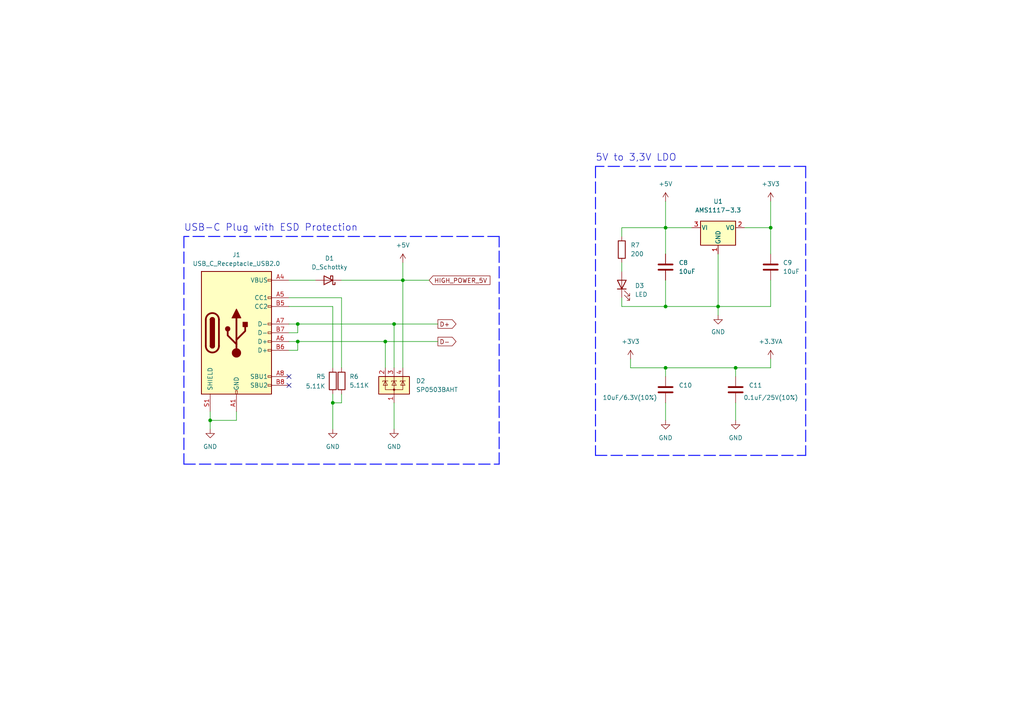
<source format=kicad_sch>
(kicad_sch (version 20211123) (generator eeschema)
  (paper "A4")
  (lib_symbols
    (symbol "Connector:USB_C_Receptacle_USB2.0" (pin_names (offset 1.016))
      (property "Reference" "J" (at -10.16 19.05 0))
      (property "Value" "USB_C_Receptacle_USB2.0" (at 19.05 19.05 0))
      (symbol "USB_C_Receptacle_USB2.0_0_0"
        (rectangle (start -0.254 -17.78) (end 0.254 -16.764))
        (rectangle (start 10.16 -14.986) (end 9.144 -15.494))
        (rectangle (start 10.16 -12.446) (end 9.144 -12.954))
        (rectangle (start 10.16 -4.826) (end 9.144 -5.334))
        (rectangle (start 10.16 -2.286) (end 9.144 -2.794))
        (rectangle (start 10.16 0.254) (end 9.144 -0.254))
        (rectangle (start 10.16 2.794) (end 9.144 2.286))
        (rectangle (start 10.16 7.874) (end 9.144 7.366))
        (rectangle (start 10.16 10.414) (end 9.144 9.906))
        (rectangle (start 10.16 15.494) (end 9.144 14.986))
      )
      (symbol "USB_C_Receptacle_USB2.0_0_1"
        (rectangle (start -10.16 17.78) (end 10.16 -17.78) (stroke (width 0.254)) (fill (type background)))
        (arc (start -8.89 -3.81) (mid -6.985 -5.715) (end -5.08 -3.81) (stroke (width 0.508)))
        (arc (start -7.62 -3.81) (mid -6.985 -4.445) (end -6.35 -3.81) (stroke (width 0.254)))
        (arc (start -7.62 -3.81) (mid -6.985 -4.445) (end -6.35 -3.81) (stroke (width 0.254)) (fill (type outline)))
        (rectangle (start -7.62 -3.81) (end -6.35 3.81) (stroke (width 0.254)) (fill (type outline)))
        (arc (start -6.35 3.81) (mid -6.985 4.445) (end -7.62 3.81) (stroke (width 0.254)))
        (arc (start -6.35 3.81) (mid -6.985 4.445) (end -7.62 3.81) (stroke (width 0.254)) (fill (type outline)))
        (arc (start -5.08 3.81) (mid -6.985 5.715) (end -8.89 3.81) (stroke (width 0.508)))
        (circle (center -2.54 1.143) (radius 0.635) (stroke (width 0.254)) (fill (type outline)))
        (circle (center 0 -5.842) (radius 1.27) (fill (type outline)))
        (polyline (pts (xy -8.89 -3.81) (xy -8.89 3.81)) (stroke (width 0.508)))
        (polyline (pts (xy -5.08 3.81) (xy -5.08 -3.81)) (stroke (width 0.508)))
        (polyline (pts (xy 0 -5.842) (xy 0 4.318)) (stroke (width 0.508)))
        (polyline (pts (xy 0 -3.302) (xy -2.54 -0.762) (xy -2.54 0.508)) (stroke (width 0.508)))
        (polyline (pts (xy 0 -2.032) (xy 2.54 0.508) (xy 2.54 1.778)) (stroke (width 0.508)))
        (polyline (pts (xy -1.27 4.318) (xy 0 6.858) (xy 1.27 4.318) (xy -1.27 4.318)) (stroke (width 0.254)) (fill (type outline)))
        (rectangle (start 1.905 1.778) (end 3.175 3.048) (stroke (width 0.254)) (fill (type outline)))
      )
      (symbol "USB_C_Receptacle_USB2.0_1_1"
        (pin passive line (at 0 -22.86 90) (length 5.08) (name "GND") (number "A1"))
        (pin passive line (at 0 -22.86 90) (length 5.08) hide (name "GND") (number "A12"))
        (pin passive line (at 15.24 15.24 180) (length 5.08) (name "VBUS") (number "A4"))
        (pin bidirectional line (at 15.24 10.16 180) (length 5.08) (name "CC1") (number "A5"))
        (pin bidirectional line (at 15.24 -2.54 180) (length 5.08) (name "D+") (number "A6"))
        (pin bidirectional line (at 15.24 2.54 180) (length 5.08) (name "D-") (number "A7"))
        (pin bidirectional line (at 15.24 -12.7 180) (length 5.08) (name "SBU1") (number "A8"))
        (pin passive line (at 15.24 15.24 180) (length 5.08) hide (name "VBUS") (number "A9"))
        (pin passive line (at 0 -22.86 90) (length 5.08) hide (name "GND") (number "B1"))
        (pin passive line (at 0 -22.86 90) (length 5.08) hide (name "GND") (number "B12"))
        (pin passive line (at 15.24 15.24 180) (length 5.08) hide (name "VBUS") (number "B4"))
        (pin bidirectional line (at 15.24 7.62 180) (length 5.08) (name "CC2") (number "B5"))
        (pin bidirectional line (at 15.24 -5.08 180) (length 5.08) (name "D+") (number "B6"))
        (pin bidirectional line (at 15.24 0 180) (length 5.08) (name "D-") (number "B7"))
        (pin bidirectional line (at 15.24 -15.24 180) (length 5.08) (name "SBU2") (number "B8"))
        (pin passive line (at 15.24 15.24 180) (length 5.08) hide (name "VBUS") (number "B9"))
        (pin passive line (at -7.62 -22.86 90) (length 5.08) (name "SHIELD") (number "S1"))
      )
    )
    (symbol "Device:C" (pin_numbers hide) (pin_names (offset 0.254))
      (property "Reference" "C" (at 0.635 2.54 0))
      (property "Value" "C" (at 0.635 -2.54 0))
      (symbol "C_0_1"
        (polyline (pts (xy -2.032 -0.762) (xy 2.032 -0.762)) (stroke (width 0.508)))
        (polyline (pts (xy -2.032 0.762) (xy 2.032 0.762)) (stroke (width 0.508)))
      )
      (symbol "C_1_1"
        (pin passive line (at 0 3.81 270) (length 2.794) (name "~") (number "1"))
        (pin passive line (at 0 -3.81 90) (length 2.794) (name "~") (number "2"))
      )
    )
    (symbol "Device:D_Schottky" (pin_numbers hide) (pin_names (offset 1.016) hide)
      (property "Reference" "D" (at 0 2.54 0))
      (property "Value" "D_Schottky" (at 0 -2.54 0))
      (symbol "D_Schottky_0_1"
        (polyline (pts (xy 1.27 0) (xy -1.27 0)))
        (polyline (pts (xy 1.27 1.27) (xy 1.27 -1.27) (xy -1.27 0) (xy 1.27 1.27)) (stroke (width 0.254)))
        (polyline (pts (xy -1.905 0.635) (xy -1.905 1.27) (xy -1.27 1.27) (xy -1.27 -1.27) (xy -0.635 -1.27) (xy -0.635 -0.635)) (stroke (width 0.254)))
      )
      (symbol "D_Schottky_1_1"
        (pin passive line (at -3.81 0 0) (length 2.54) (name "K") (number "1"))
        (pin passive line (at 3.81 0 180) (length 2.54) (name "A") (number "2"))
      )
    )
    (symbol "Device:LED" (pin_numbers hide) (pin_names (offset 1.016) hide)
      (property "Reference" "D" (at 0 2.54 0))
      (property "Value" "LED" (at 0 -2.54 0))
      (symbol "LED_0_1"
        (polyline (pts (xy -1.27 -1.27) (xy -1.27 1.27)) (stroke (width 0.254)))
        (polyline (pts (xy -1.27 0) (xy 1.27 0)))
        (polyline (pts (xy 1.27 -1.27) (xy 1.27 1.27) (xy -1.27 0) (xy 1.27 -1.27)) (stroke (width 0.254)))
        (polyline (pts (xy -3.048 -0.762) (xy -4.572 -2.286) (xy -3.81 -2.286) (xy -4.572 -2.286) (xy -4.572 -1.524)))
        (polyline (pts (xy -1.778 -0.762) (xy -3.302 -2.286) (xy -2.54 -2.286) (xy -3.302 -2.286) (xy -3.302 -1.524)))
      )
      (symbol "LED_1_1"
        (pin passive line (at -3.81 0 0) (length 2.54) (name "K") (number "1"))
        (pin passive line (at 3.81 0 180) (length 2.54) (name "A") (number "2"))
      )
    )
    (symbol "Device:R" (pin_numbers hide) (pin_names (offset 0))
      (property "Reference" "R" (at 2.032 0 90))
      (property "Value" "R" (at 0 0 90))
      (symbol "R_0_1"
        (rectangle (start -1.016 -2.54) (end 1.016 2.54) (stroke (width 0.254)))
      )
      (symbol "R_1_1"
        (pin passive line (at 0 3.81 270) (length 1.27) (name "~") (number "1"))
        (pin passive line (at 0 -3.81 90) (length 1.27) (name "~") (number "2"))
      )
    )
    (symbol "Power_Protection:SP0503BAHT" (pin_names hide)
      (property "Reference" "D" (at 5.715 2.54 0))
      (property "Value" "SP0503BAHT" (at 5.715 0.635 0))
      (symbol "SP0503BAHT_0_0"
        (pin passive line (at 0 -5.08 90) (length 2.54) (name "A") (number "1"))
      )
      (symbol "SP0503BAHT_0_1"
        (rectangle (start -4.445 2.54) (end 4.445 -2.54) (stroke (width 0.254)) (fill (type background)))
        (circle (center 0 -1.27) (radius 0.254) (fill (type outline)))
        (polyline (pts (xy -2.54 2.54) (xy -2.54 1.27)))
        (polyline (pts (xy 0 -1.27) (xy 0 -2.54)))
        (polyline (pts (xy 0 -1.27) (xy 0 1.27)))
        (polyline (pts (xy 0 2.54) (xy 0 1.27)))
        (polyline (pts (xy 0.635 1.27) (xy 0.762 1.27)))
        (polyline (pts (xy 2.54 2.54) (xy 2.54 1.27)))
        (polyline (pts (xy 0.635 1.27) (xy -0.762 1.27) (xy -0.762 1.016)))
        (polyline (pts (xy -3.302 1.016) (xy -3.302 1.27) (xy -1.905 1.27) (xy -1.778 1.27)))
        (polyline (pts (xy -2.54 1.27) (xy -2.54 -1.27) (xy 2.54 -1.27) (xy 2.54 1.27)))
        (polyline (pts (xy -2.54 1.27) (xy -1.905 0) (xy -3.175 0) (xy -2.54 1.27)))
        (polyline (pts (xy 0.635 0) (xy -0.635 0) (xy 0 1.27) (xy 0.635 0)))
        (polyline (pts (xy 1.778 1.016) (xy 1.778 1.27) (xy 3.175 1.27) (xy 3.302 1.27)))
        (polyline (pts (xy 2.54 1.27) (xy 1.905 0) (xy 3.175 0) (xy 2.54 1.27)))
      )
      (symbol "SP0503BAHT_1_1"
        (pin passive line (at -2.54 5.08 270) (length 2.54) (name "K") (number "2"))
        (pin passive line (at 0 5.08 270) (length 2.54) (name "K") (number "3"))
        (pin passive line (at 2.54 5.08 270) (length 2.54) (name "K") (number "4"))
      )
    )
    (symbol "Regulator_Linear:AMS1117-3.3" (pin_names (offset 0.254))
      (property "Reference" "U" (at -3.81 3.175 0))
      (property "Value" "AMS1117-3.3" (at 0 3.175 0))
      (symbol "AMS1117-3.3_0_1"
        (rectangle (start -5.08 -5.08) (end 5.08 1.905) (stroke (width 0.254)) (fill (type background)))
      )
      (symbol "AMS1117-3.3_1_1"
        (pin power_in line (at 0 -7.62 90) (length 2.54) (name "GND") (number "1"))
        (pin power_out line (at 7.62 0 180) (length 2.54) (name "VO") (number "2"))
        (pin power_in line (at -7.62 0 0) (length 2.54) (name "VI") (number "3"))
      )
    )
    (symbol "power:+3.3V" (power) (pin_names (offset 0))
      (property "Value" "+3.3V" (at 0 3.556 0))
      (symbol "+3.3V_0_1"
        (polyline (pts (xy -0.762 1.27) (xy 0 2.54)))
        (polyline (pts (xy 0 0) (xy 0 2.54)))
        (polyline (pts (xy 0 2.54) (xy 0.762 1.27)))
      )
      (symbol "+3.3V_1_1"
        (pin power_in line (at 0 0 90) (length 0) hide (name "+3V3") (number "1"))
      )
    )
    (symbol "power:+3.3VA" (power) (pin_names (offset 0))
      (property "Value" "+3.3VA" (at 0 3.556 0))
      (symbol "+3.3VA_0_1"
        (polyline (pts (xy -0.762 1.27) (xy 0 2.54)))
        (polyline (pts (xy 0 0) (xy 0 2.54)))
        (polyline (pts (xy 0 2.54) (xy 0.762 1.27)))
      )
      (symbol "+3.3VA_1_1"
        (pin power_in line (at 0 0 90) (length 0) hide (name "+3.3VA") (number "1"))
      )
    )
    (symbol "power:+5V" (power) (pin_names (offset 0))
      (property "Value" "+5V" (at 0 3.556 0))
      (symbol "+5V_0_1"
        (polyline (pts (xy -0.762 1.27) (xy 0 2.54)))
        (polyline (pts (xy 0 0) (xy 0 2.54)))
        (polyline (pts (xy 0 2.54) (xy 0.762 1.27)))
      )
      (symbol "+5V_1_1"
        (pin power_in line (at 0 0 90) (length 0) hide (name "+5V") (number "1"))
      )
    )
    (symbol "power:GND" (power) (pin_names (offset 0))
      (property "Value" "GND" (at 0 -3.81 0))
      (symbol "GND_0_1"
        (polyline (pts (xy 0 0) (xy 0 -1.27) (xy 1.27 -1.27) (xy 0 -2.54) (xy -1.27 -1.27) (xy 0 -1.27)))
      )
      (symbol "GND_1_1"
        (pin power_in line (at 0 0 270) (length 0) hide (name "GND") (number "1"))
      )
    )
  )
  (junction (at 96.52 116.84))
  (junction (at 116.84 81.28))
  (junction (at 86.36 93.98))
  (junction (at 60.96 121.92))
  (junction (at 213.36 106.68))
  (junction (at 193.04 66.04))
  (junction (at 86.36 99.06))
  (junction (at 193.04 88.9))
  (junction (at 208.28 88.9))
  (junction (at 114.3 93.98))
  (junction (at 223.52 66.04))
  (junction (at 193.04 106.68))
  (junction (at 111.76 99.06))
  (no_connect (at 83.82 111.76))
  (no_connect (at 83.82 109.22))
  (wire (pts (xy 208.28 73.66) (xy 208.28 88.9)))
  (polyline (pts (xy 233.68 48.26) (xy 172.72 48.26)) (stroke (width 0.3) (color 25 28 255 1)))
  (wire (pts (xy 193.04 106.68) (xy 213.36 106.68)))
  (wire (pts (xy 96.52 114.3) (xy 96.52 116.84)))
  (wire (pts (xy 96.52 116.84) (xy 96.52 124.46)))
  (wire (pts (xy 60.96 121.92) (xy 68.58 121.92)))
  (polyline (pts (xy 233.68 48.26) (xy 233.68 132.08)) (stroke (width 0.3) (color 25 28 255 1)))
  (wire (pts (xy 193.04 121.92) (xy 193.04 116.84)))
  (wire (pts (xy 180.34 66.04) (xy 193.04 66.04)))
  (wire (pts (xy 180.34 76.2) (xy 180.34 78.74)))
  (wire (pts (xy 83.82 96.52) (xy 86.36 96.52)))
  (wire (pts (xy 223.52 81.28) (xy 223.52 88.9)))
  (wire (pts (xy 208.28 91.44) (xy 208.28 88.9)))
  (wire (pts (xy 223.52 73.66) (xy 223.52 66.04)))
  (wire (pts (xy 223.52 58.42) (xy 223.52 66.04)))
  (wire (pts (xy 60.96 119.38) (xy 60.96 121.92)))
  (wire (pts (xy 83.82 101.6) (xy 86.36 101.6)))
  (wire (pts (xy 223.52 88.9) (xy 208.28 88.9)))
  (wire (pts (xy 86.36 101.6) (xy 86.36 99.06)))
  (wire (pts (xy 180.34 88.9) (xy 193.04 88.9)))
  (wire (pts (xy 213.36 109.22) (xy 213.36 106.68)))
  (wire (pts (xy 213.36 106.68) (xy 223.52 106.68)))
  (polyline (pts (xy 172.72 48.26) (xy 172.72 132.08)) (stroke (width 0.3) (color 25 28 255 1)))
  (wire (pts (xy 193.04 58.42) (xy 193.04 66.04)))
  (polyline (pts (xy 144.78 68.58) (xy 53.34 68.58)) (stroke (width 0.3) (color 25 28 255 1)))
  (wire (pts (xy 193.04 88.9) (xy 208.28 88.9)))
  (polyline (pts (xy 144.78 134.62) (xy 144.78 68.58)) (stroke (width 0.3) (color 25 28 255 1)))
  (wire (pts (xy 86.36 93.98) (xy 114.3 93.98)))
  (wire (pts (xy 116.84 81.28) (xy 99.06 81.28)))
  (wire (pts (xy 60.96 121.92) (xy 60.96 124.46)))
  (wire (pts (xy 193.04 66.04) (xy 193.04 73.66)))
  (wire (pts (xy 193.04 106.68) (xy 193.04 109.22)))
  (wire (pts (xy 111.76 99.06) (xy 111.76 106.68)))
  (wire (pts (xy 114.3 93.98) (xy 114.3 106.68)))
  (polyline (pts (xy 53.34 134.62) (xy 144.78 134.62)) (stroke (width 0.3) (color 25 28 255 1)))
  (wire (pts (xy 83.82 86.36) (xy 99.06 86.36)))
  (wire (pts (xy 68.58 121.92) (xy 68.58 119.38)))
  (wire (pts (xy 116.84 81.28) (xy 124.46 81.28)))
  (wire (pts (xy 86.36 99.06) (xy 111.76 99.06)))
  (wire (pts (xy 114.3 116.84) (xy 114.3 124.46)))
  (wire (pts (xy 213.36 121.92) (xy 213.36 116.84)))
  (wire (pts (xy 193.04 66.04) (xy 200.66 66.04)))
  (wire (pts (xy 193.04 81.28) (xy 193.04 88.9)))
  (wire (pts (xy 114.3 93.98) (xy 127 93.98)))
  (wire (pts (xy 86.36 99.06) (xy 83.82 99.06)))
  (wire (pts (xy 180.34 88.9) (xy 180.34 86.36)))
  (polyline (pts (xy 53.34 68.58) (xy 53.34 134.62)) (stroke (width 0.3) (color 25 28 255 1)))
  (wire (pts (xy 99.06 114.3) (xy 99.06 116.84)))
  (wire (pts (xy 99.06 86.36) (xy 99.06 106.68)))
  (wire (pts (xy 83.82 81.28) (xy 91.44 81.28)))
  (wire (pts (xy 223.52 66.04) (xy 215.9 66.04)))
  (wire (pts (xy 99.06 116.84) (xy 96.52 116.84)))
  (wire (pts (xy 86.36 96.52) (xy 86.36 93.98)))
  (wire (pts (xy 182.88 106.68) (xy 182.88 104.14)))
  (wire (pts (xy 182.88 106.68) (xy 193.04 106.68)))
  (wire (pts (xy 116.84 76.2) (xy 116.84 81.28)))
  (wire (pts (xy 180.34 68.58) (xy 180.34 66.04)))
  (wire (pts (xy 83.82 88.9) (xy 96.52 88.9)))
  (wire (pts (xy 223.52 104.14) (xy 223.52 106.68)))
  (wire (pts (xy 111.76 99.06) (xy 127 99.06)))
  (wire (pts (xy 96.52 88.9) (xy 96.52 106.68)))
  (wire (pts (xy 116.84 81.28) (xy 116.84 106.68)))
  (polyline (pts (xy 172.72 132.08) (xy 233.68 132.08)) (stroke (width 0.3) (color 25 28 255 1)))
  (wire (pts (xy 83.82 93.98) (xy 86.36 93.98)))
  (text "USB-C Plug with ESD Protection\n" (at 53.34 67.31 0) (effects (font (size 2 2)) (justify left bottom)))
  (text "5V to 3,3V LDO " (at 172.72 46.99 0) (effects (font (size 2 2)) (justify left bottom)))
  (global_label "D-" (shape output) (at 127 99.06 0) (property "Intersheet References" "${INTERSHEET_REFS}" (effects hide)))
  (global_label "D+" (shape output) (at 127 93.98 0) (property "Intersheet References" "${INTERSHEET_REFS}" (effects hide)))
  (global_label "HIGH_POWER_5V" (shape input) (at 124.46 81.28 0) (property "Intersheet References" "${INTERSHEET_REFS}" (effects hide)))
  (symbol (lib_id "power:+3.3V") (at 182.88 104.14 0) (unit 1)
    (property "Reference" "#PWR0109" (effects hide))
    (property "Value" "+3.3V" (at 182.88 99.06 0))
  )
  (symbol (lib_id "power:+3.3V") (at 223.52 58.42 0) (unit 1)
    (property "Reference" "#PWR0115" (effects hide))
    (property "Value" "+3.3V" (at 223.52 53.34 0))
  )
  (symbol (lib_id "power:GND") (at 193.04 121.92 0) (unit 1)
    (property "Reference" "#PWR0111" (effects hide))
    (property "Value" "GND" (at 193.04 127 0))
  )
  (symbol (lib_id "power:+3.3VA") (at 223.52 104.14 0) (unit 1)
    (property "Reference" "#PWR0113" (effects hide))
    (property "Value" "+3.3VA" (at 223.52 99.06 0))
  )
  (symbol (lib_id "Device:R") (at 180.34 72.39 0) (unit 1)
    (property "Reference" "R7" (at 182.88 71.1199 0) (effects (justify left)))
    (property "Value" "200" (at 182.88 73.6599 0) (effects (justify left)))
    (property "Footprint" "Resistor_SMD:R_0402_1005Metric" (effects hide))
  )
  (symbol (lib_id "power:GND") (at 208.28 91.44 0) (unit 1)
    (property "Reference" "#PWR0112" (effects hide))
    (property "Value" "GND" (at 208.28 96.266 0))
  )
  (symbol (lib_id "power:+5V") (at 193.04 58.42 0) (unit 1)
    (property "Reference" "#PWR0114" (effects hide))
    (property "Value" "+5V" (at 193.04 53.34 0))
  )
  (symbol (lib_id "Device:C") (at 193.04 77.47 0) (unit 1)
    (property "Reference" "C8" (at 196.85 76.1999 0) (effects (justify left)))
    (property "Value" "10uF" (at 196.85 78.7399 0) (effects (justify left)))
    (property "Footprint" "Capacitor_SMD:C_0603_1608Metric_Pad1.08x0.95mm_HandSolder" (effects hide))
  )
  (symbol (lib_id "Power_Protection:SP0503BAHT") (at 114.3 111.76 0) (unit 1)
    (property "Reference" "D2" (at 120.65 110.4899 0) (effects (justify left)))
    (property "Value" "SP0503BAHT" (at 120.65 113.0299 0) (effects (justify left)))
    (property "Footprint" "Package_TO_SOT_SMD:SOT-143" (effects hide))
    (property "Datasheet" "http://www.littelfuse.com/~/media/files/littelfuse/technical%20resources/documents/data%20sheets/sp05xxba.pdf" (effects hide))
  )
  (symbol (lib_id "power:GND") (at 60.96 124.46 0) (unit 1)
    (property "Reference" "#PWR0121" (effects hide))
    (property "Value" "GND" (at 60.96 129.54 0))
  )
  (symbol (lib_id "Device:R") (at 96.52 110.49 0) (unit 1)
    (property "Reference" "R5" (at 91.694 109.22 0) (effects (justify left)))
    (property "Value" "5.11K" (at 88.646 112.014 0) (effects (justify left)))
    (property "Footprint" "Resistor_SMD:R_0603_1608Metric" (effects hide))
  )
  (symbol (lib_id "power:GND") (at 114.3 124.46 0) (unit 1)
    (property "Reference" "#PWR0117" (effects hide))
    (property "Value" "GND" (at 114.3 129.54 0))
  )
  (symbol (lib_id "power:GND") (at 213.36 121.92 0) (unit 1)
    (property "Reference" "#PWR0110" (effects hide))
    (property "Value" "GND" (at 213.36 127 0))
  )
  (symbol (lib_id "Device:C") (at 213.36 113.03 0) (unit 1)
    (property "Reference" "C11" (at 217.17 111.7599 0) (effects (justify left)))
    (property "Value" "0.1uF/25V(10%)" (at 215.646 115.316 0) (effects (justify left)))
    (property "Footprint" "Capacitor_SMD:C_0603_1608Metric" (effects hide))
  )
  (symbol (lib_id "Device:LED") (at 180.34 82.55 90) (unit 1)
    (property "Reference" "D3" (at 184.15 82.8674 90) (effects (justify right)))
    (property "Value" "LED" (at 184.15 85.4074 90) (effects (justify right)))
    (property "Footprint" "LED_SMD:LED_0402_1005Metric" (effects hide))
  )
  (symbol (lib_id "Device:R") (at 99.06 110.49 0) (unit 1)
    (property "Reference" "R6" (at 101.346 109.22 0) (effects (justify left)))
    (property "Value" "5.11K" (at 101.346 111.76 0) (effects (justify left)))
    (property "Footprint" "Resistor_SMD:R_0603_1608Metric" (effects hide))
  )
  (symbol (lib_id "Connector:USB_C_Receptacle_USB2.0") (at 68.58 96.52 0) (unit 1)
    (property "Reference" "J1" (at 68.58 73.914 0))
    (property "Value" "USB_C_Receptacle_USB2.0" (at 68.58 76.454 0))
    (property "Footprint" "Connector_USB:USB_C_Receptacle_HRO_TYPE-C-31-M-12" (effects hide))
    (property "Datasheet" "https://www.usb.org/sites/default/files/documents/usb_type-c.zip" (effects hide))
  )
  (symbol (lib_id "Regulator_Linear:AMS1117-3.3") (at 208.28 66.04 0) (unit 1)
    (property "Reference" "U1" (at 208.28 58.42 0))
    (property "Value" "AMS1117-3.3" (at 208.28 60.96 0))
    (property "Footprint" "Package_TO_SOT_SMD:SOT-223-3_TabPin2" (effects hide))
    (property "Datasheet" "http://www.advanced-monolithic.com/pdf/ds1117.pdf" (effects hide))
  )
  (symbol (lib_id "power:+5V") (at 116.84 76.2 0) (unit 1)
    (property "Reference" "#PWR0116" (effects hide))
    (property "Value" "+5V" (at 116.84 71.12 0))
  )
  (symbol (lib_id "Device:C") (at 223.52 77.47 0) (unit 1)
    (property "Reference" "C9" (at 227.076 76.1999 0) (effects (justify left)))
    (property "Value" "10uF" (at 227.076 78.7399 0) (effects (justify left)))
    (property "Footprint" "Capacitor_SMD:C_0603_1608Metric" (effects hide))
  )
  (symbol (lib_id "Device:D_Schottky") (at 95.25 81.28 180) (unit 1)
    (property "Reference" "D1" (at 95.5675 74.93 0))
    (property "Value" "D_Schottky" (at 95.5675 77.47 0))
    (property "Footprint" "Diode_SMD:D_0805_2012Metric" (effects hide))
  )
  (symbol (lib_id "Device:C") (at 193.04 113.03 0) (unit 1)
    (property "Reference" "C10" (at 196.85 111.7599 0) (effects (justify left)))
    (property "Value" "10uF/6.3V(10%)" (at 174.752 115.316 0) (effects (justify left)))
    (property "Footprint" "Capacitor_SMD:C_0603_1608Metric" (effects hide))
  )
  (symbol (lib_id "power:GND") (at 96.52 124.46 0) (unit 1)
    (property "Reference" "#PWR0120" (effects hide))
    (property "Value" "GND" (at 96.52 129.54 0))
  )
)
</source>
